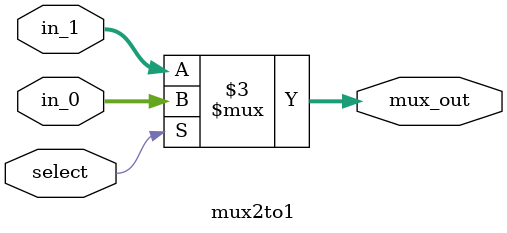
<source format=v>
module mux2to1 (
in_0,
in_1,
select,
mux_out,    
);

input wire [31:0]in_0, in_1; 
input wire select;
output reg [31:0] mux_out;

always@(*)  begin
    if(select) mux_out <= in_0;
    else mux_out <= in_1;

end 
    
endmodule
</source>
